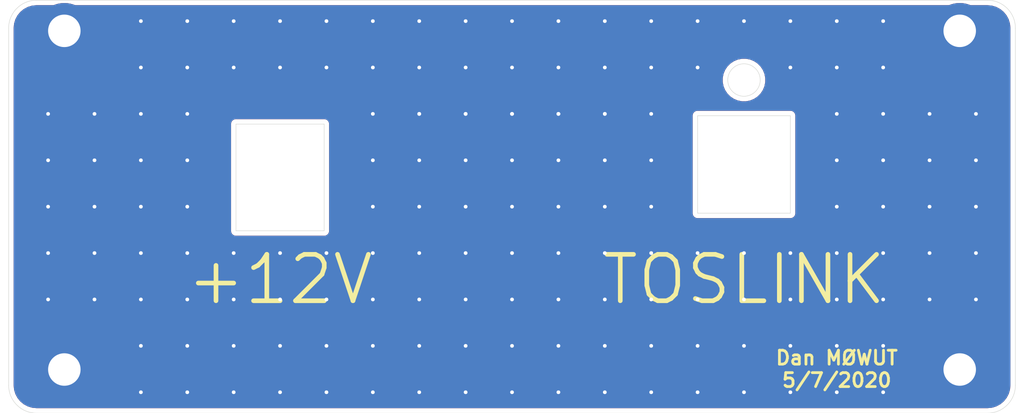
<source format=kicad_pcb>
(kicad_pcb (version 20171130) (host pcbnew "(5.1.6)-1")

  (general
    (thickness 1.6)
    (drawings 40)
    (tracks 159)
    (zones 0)
    (modules 4)
    (nets 2)
  )

  (page A4)
  (layers
    (0 F.Cu signal)
    (31 B.Cu signal)
    (32 B.Adhes user)
    (33 F.Adhes user)
    (34 B.Paste user)
    (35 F.Paste user)
    (36 B.SilkS user)
    (37 F.SilkS user hide)
    (38 B.Mask user)
    (39 F.Mask user)
    (40 Dwgs.User user hide)
    (41 Cmts.User user)
    (42 Eco1.User user)
    (43 Eco2.User user)
    (44 Edge.Cuts user)
    (45 Margin user)
    (46 B.CrtYd user)
    (47 F.CrtYd user)
    (48 B.Fab user)
    (49 F.Fab user)
  )

  (setup
    (last_trace_width 0.25)
    (trace_clearance 0.2)
    (zone_clearance 0.508)
    (zone_45_only no)
    (trace_min 0.2)
    (via_size 0.8)
    (via_drill 0.4)
    (via_min_size 0.4)
    (via_min_drill 0.3)
    (uvia_size 0.3)
    (uvia_drill 0.1)
    (uvias_allowed no)
    (uvia_min_size 0.2)
    (uvia_min_drill 0.1)
    (edge_width 0.05)
    (segment_width 0.2)
    (pcb_text_width 0.3)
    (pcb_text_size 1.5 1.5)
    (mod_edge_width 0.12)
    (mod_text_size 1 1)
    (mod_text_width 0.15)
    (pad_size 1.524 1.524)
    (pad_drill 0.762)
    (pad_to_mask_clearance 0.05)
    (aux_axis_origin 0 0)
    (grid_origin 150 99.5)
    (visible_elements FFFFFF7F)
    (pcbplotparams
      (layerselection 0x010fc_ffffffff)
      (usegerberextensions false)
      (usegerberattributes true)
      (usegerberadvancedattributes true)
      (creategerberjobfile true)
      (excludeedgelayer true)
      (linewidth 0.100000)
      (plotframeref false)
      (viasonmask false)
      (mode 1)
      (useauxorigin false)
      (hpglpennumber 1)
      (hpglpenspeed 20)
      (hpglpendiameter 15.000000)
      (psnegative false)
      (psa4output false)
      (plotreference true)
      (plotvalue true)
      (plotinvisibletext false)
      (padsonsilk false)
      (subtractmaskfromsilk false)
      (outputformat 1)
      (mirror false)
      (drillshape 1)
      (scaleselection 1)
      (outputdirectory ""))
  )

  (net 0 "")
  (net 1 GND)

  (net_class Default "This is the default net class."
    (clearance 0.2)
    (trace_width 0.25)
    (via_dia 0.8)
    (via_drill 0.4)
    (uvia_dia 0.3)
    (uvia_drill 0.1)
    (add_net GND)
  )

  (module Misc_WUT:Pad_3.5mm_6mm-Mask (layer F.Cu) (tedit 5F01E276) (tstamp 5F024B0A)
    (at 101.75 80.55)
    (path /5F021669)
    (fp_text reference H4 (at 0 0.5) (layer F.SilkS) hide
      (effects (font (size 1 1) (thickness 0.15)))
    )
    (fp_text value MountingHole_Pad (at 0 -0.5) (layer F.Fab)
      (effects (font (size 1 1) (thickness 0.15)))
    )
    (pad 1 thru_hole circle (at 0 0) (size 6 6) (drill 3.5) (layers *.Cu *.Mask)
      (net 1 GND))
  )

  (module Misc_WUT:Pad_3.5mm_6mm-Mask (layer F.Cu) (tedit 5F01E276) (tstamp 5F024B05)
    (at 198.25 80.55)
    (path /5F02144D)
    (fp_text reference H3 (at 0 0.5) (layer F.SilkS) hide
      (effects (font (size 1 1) (thickness 0.15)))
    )
    (fp_text value MountingHole_Pad (at 0 -0.5) (layer F.Fab)
      (effects (font (size 1 1) (thickness 0.15)))
    )
    (pad 1 thru_hole circle (at 0 0) (size 6 6) (drill 3.5) (layers *.Cu *.Mask)
      (net 1 GND))
  )

  (module Misc_WUT:Pad_3.5mm_6mm-Mask (layer F.Cu) (tedit 5F01E276) (tstamp 5F024B5A)
    (at 101.75 117.05)
    (path /5F02125B)
    (fp_text reference H2 (at 0 0.5) (layer F.SilkS) hide
      (effects (font (size 1 1) (thickness 0.15)))
    )
    (fp_text value MountingHole_Pad (at 0 -0.5) (layer F.Fab)
      (effects (font (size 1 1) (thickness 0.15)))
    )
    (pad 1 thru_hole circle (at 0 0) (size 6 6) (drill 3.5) (layers *.Cu *.Mask)
      (net 1 GND))
  )

  (module Misc_WUT:Pad_3.5mm_6mm-Mask (layer F.Cu) (tedit 5F01E276) (tstamp 5F024B7C)
    (at 198.25 117.05)
    (path /5F01FCCB)
    (fp_text reference H1 (at 0 0.5) (layer F.SilkS) hide
      (effects (font (size 1 1) (thickness 0.15)))
    )
    (fp_text value MountingHole_Pad (at 0 -0.5) (layer F.Fab)
      (effects (font (size 1 1) (thickness 0.15)))
    )
    (pad 1 thru_hole circle (at 0 0) (size 6 6) (drill 3.5) (layers *.Cu *.Mask)
      (net 1 GND))
  )

  (gr_line (start 204.25 80.25) (end 204.25 118.75) (layer Edge.Cuts) (width 0.05) (tstamp 5F025073))
  (dimension 22.25 (width 0.15) (layer Dwgs.User)
    (gr_text "22.250 mm" (at 241.8 110.625 90) (layer Dwgs.User)
      (effects (font (size 1 1) (thickness 0.15)))
    )
    (feature1 (pts (xy 95.75 99.5) (xy 241.086421 99.5)))
    (feature2 (pts (xy 95.75 121.75) (xy 241.086421 121.75)))
    (crossbar (pts (xy 240.5 121.75) (xy 240.5 99.5)))
    (arrow1a (pts (xy 240.5 99.5) (xy 241.086421 100.626504)))
    (arrow1b (pts (xy 240.5 99.5) (xy 239.913579 100.626504)))
    (arrow2a (pts (xy 240.5 121.75) (xy 241.086421 120.623496)))
    (arrow2b (pts (xy 240.5 121.75) (xy 239.913579 120.623496)))
  )
  (dimension 54.25 (width 0.15) (layer Dwgs.User)
    (gr_text "54.250 mm" (at 122.875 69.2) (layer Dwgs.User)
      (effects (font (size 1 1) (thickness 0.15)))
    )
    (feature1 (pts (xy 150 121.75) (xy 150 69.913579)))
    (feature2 (pts (xy 95.75 121.75) (xy 95.75 69.913579)))
    (crossbar (pts (xy 95.75 70.5) (xy 150 70.5)))
    (arrow1a (pts (xy 150 70.5) (xy 148.873496 71.086421)))
    (arrow1b (pts (xy 150 70.5) (xy 148.873496 69.913579)))
    (arrow2a (pts (xy 95.75 70.5) (xy 96.876504 71.086421)))
    (arrow2b (pts (xy 95.75 70.5) (xy 96.876504 69.913579)))
  )
  (gr_text TOSLINK (at 175 107.35) (layer F.SilkS) (tstamp 5F01EE48)
    (effects (font (size 5 5) (thickness 0.5)))
  )
  (gr_text +12V (at 125 107.35) (layer F.SilkS)
    (effects (font (size 5 5) (thickness 0.5)))
  )
  (gr_line (start 120.25 90.6) (end 120.25 102.1) (layer Edge.Cuts) (width 0.05) (tstamp 5F01EDE6))
  (gr_line (start 129.75 90.6) (end 120.25 90.6) (layer Edge.Cuts) (width 0.05))
  (gr_line (start 129.75 102.1) (end 129.75 90.6) (layer Edge.Cuts) (width 0.05))
  (gr_line (start 120.25 102.1) (end 129.75 102.1) (layer Edge.Cuts) (width 0.05))
  (dimension 11 (width 0.15) (layer Dwgs.User)
    (gr_text "11.000 mm" (at 114.95 96.35 90) (layer Dwgs.User)
      (effects (font (size 1 1) (thickness 0.15)))
    )
    (feature1 (pts (xy 129.5 90.85) (xy 115.663579 90.85)))
    (feature2 (pts (xy 129.5 101.85) (xy 115.663579 101.85)))
    (crossbar (pts (xy 116.25 101.85) (xy 116.25 90.85)))
    (arrow1a (pts (xy 116.25 90.85) (xy 116.836421 91.976504)))
    (arrow1b (pts (xy 116.25 90.85) (xy 115.663579 91.976504)))
    (arrow2a (pts (xy 116.25 101.85) (xy 116.836421 100.723496)))
    (arrow2b (pts (xy 116.25 101.85) (xy 115.663579 100.723496)))
  )
  (dimension 4.5 (width 0.15) (layer Dwgs.User)
    (gr_text "4.500 mm" (at 127.25 84.3) (layer Dwgs.User)
      (effects (font (size 1 1) (thickness 0.15)))
    )
    (feature1 (pts (xy 129.5 101.85) (xy 129.5 85.013579)))
    (feature2 (pts (xy 125 101.85) (xy 125 85.013579)))
    (crossbar (pts (xy 125 85.6) (xy 129.5 85.6)))
    (arrow1a (pts (xy 129.5 85.6) (xy 128.373496 86.186421)))
    (arrow1b (pts (xy 129.5 85.6) (xy 128.373496 85.013579)))
    (arrow2a (pts (xy 125 85.6) (xy 126.126504 86.186421)))
    (arrow2b (pts (xy 125 85.6) (xy 126.126504 85.013579)))
  )
  (dimension 4.5 (width 0.15) (layer Dwgs.User)
    (gr_text "4.500 mm" (at 122.75 87.05) (layer Dwgs.User)
      (effects (font (size 1 1) (thickness 0.15)))
    )
    (feature1 (pts (xy 120.5 101.85) (xy 120.5 87.763579)))
    (feature2 (pts (xy 125 101.85) (xy 125 87.763579)))
    (crossbar (pts (xy 125 88.35) (xy 120.5 88.35)))
    (arrow1a (pts (xy 120.5 88.35) (xy 121.626504 87.763579)))
    (arrow1b (pts (xy 120.5 88.35) (xy 121.626504 88.936421)))
    (arrow2a (pts (xy 125 88.35) (xy 123.873496 87.763579)))
    (arrow2b (pts (xy 125 88.35) (xy 123.873496 88.936421)))
  )
  (dimension 29.25 (width 0.15) (layer Dwgs.User)
    (gr_text "29.250 mm" (at 110.375 63.7) (layer Dwgs.User)
      (effects (font (size 1 1) (thickness 0.15)))
    )
    (feature1 (pts (xy 125 121.75) (xy 125 64.413579)))
    (feature2 (pts (xy 95.75 121.75) (xy 95.75 64.413579)))
    (crossbar (pts (xy 95.75 65) (xy 125 65)))
    (arrow1a (pts (xy 125 65) (xy 123.873496 65.586421)))
    (arrow1b (pts (xy 125 65) (xy 123.873496 64.413579)))
    (arrow2a (pts (xy 95.75 65) (xy 96.876504 65.586421)))
    (arrow2b (pts (xy 95.75 65) (xy 96.876504 64.413579)))
  )
  (dimension 10 (width 0.15) (layer Dwgs.User)
    (gr_text "10.000 mm" (at 165.9 94.95 90) (layer Dwgs.User)
      (effects (font (size 1 1) (thickness 0.15)))
    )
    (feature1 (pts (xy 185.3 89.95) (xy 166.613579 89.95)))
    (feature2 (pts (xy 185.3 99.95) (xy 166.613579 99.95)))
    (crossbar (pts (xy 167.2 99.95) (xy 167.2 89.95)))
    (arrow1a (pts (xy 167.2 89.95) (xy 167.786421 91.076504)))
    (arrow1b (pts (xy 167.2 89.95) (xy 166.613579 91.076504)))
    (arrow2a (pts (xy 167.2 99.95) (xy 167.786421 98.823496)))
    (arrow2b (pts (xy 167.2 99.95) (xy 166.613579 98.823496)))
  )
  (gr_line (start 180 100.2) (end 170 100.2) (layer Edge.Cuts) (width 0.05) (tstamp 5F01EDBA))
  (gr_line (start 180 89.7) (end 180 100.2) (layer Edge.Cuts) (width 0.05))
  (gr_line (start 170 89.7) (end 180 89.7) (layer Edge.Cuts) (width 0.05))
  (gr_line (start 170 100.2) (end 170 89.7) (layer Edge.Cuts) (width 0.05))
  (dimension 4.75 (width 0.15) (layer Dwgs.User)
    (gr_text "4.750 mm" (at 177.375 87.4) (layer Dwgs.User)
      (effects (font (size 1 1) (thickness 0.15)))
    )
    (feature1 (pts (xy 179.75 99.95) (xy 179.75 88.113579)))
    (feature2 (pts (xy 175 99.95) (xy 175 88.113579)))
    (crossbar (pts (xy 175 88.7) (xy 179.75 88.7)))
    (arrow1a (pts (xy 179.75 88.7) (xy 178.623496 89.286421)))
    (arrow1b (pts (xy 179.75 88.7) (xy 178.623496 88.113579)))
    (arrow2a (pts (xy 175 88.7) (xy 176.126504 89.286421)))
    (arrow2b (pts (xy 175 88.7) (xy 176.126504 88.113579)))
  )
  (dimension 4.75 (width 0.15) (layer Dwgs.User)
    (gr_text "4.750 mm" (at 172.625 87.4) (layer Dwgs.User)
      (effects (font (size 1 1) (thickness 0.15)))
    )
    (feature1 (pts (xy 170.25 99.95) (xy 170.25 88.113579)))
    (feature2 (pts (xy 175 99.95) (xy 175 88.113579)))
    (crossbar (pts (xy 175 88.7) (xy 170.25 88.7)))
    (arrow1a (pts (xy 170.25 88.7) (xy 171.376504 88.113579)))
    (arrow1b (pts (xy 170.25 88.7) (xy 171.376504 89.286421)))
    (arrow2a (pts (xy 175 88.7) (xy 173.873496 88.113579)))
    (arrow2b (pts (xy 175 88.7) (xy 173.873496 89.286421)))
  )
  (dimension 1.9 (width 0.15) (layer Dwgs.User)
    (gr_text "1.900 mm" (at 186.6 100.9 90) (layer Dwgs.User)
      (effects (font (size 1 1) (thickness 0.15)))
    )
    (feature1 (pts (xy 175 99.95) (xy 185.886421 99.95)))
    (feature2 (pts (xy 175 101.85) (xy 185.886421 101.85)))
    (crossbar (pts (xy 185.3 101.85) (xy 185.3 99.95)))
    (arrow1a (pts (xy 185.3 99.95) (xy 185.886421 101.076504)))
    (arrow1b (pts (xy 185.3 99.95) (xy 184.713579 101.076504)))
    (arrow2a (pts (xy 185.3 101.85) (xy 185.886421 100.723496)))
    (arrow2b (pts (xy 185.3 101.85) (xy 184.713579 100.723496)))
  )
  (gr_circle (center 175 85.85) (end 176.75 85.85) (layer Edge.Cuts) (width 0.05))
  (dimension 16 (width 0.15) (layer Dwgs.User)
    (gr_text "16.000 mm" (at 160.7 93.85 90) (layer Dwgs.User)
      (effects (font (size 1 1) (thickness 0.15)))
    )
    (feature1 (pts (xy 175 85.85) (xy 161.413579 85.85)))
    (feature2 (pts (xy 175 101.85) (xy 161.413579 101.85)))
    (crossbar (pts (xy 162 101.85) (xy 162 85.85)))
    (arrow1a (pts (xy 162 85.85) (xy 162.586421 86.976504)))
    (arrow1b (pts (xy 162 85.85) (xy 161.413579 86.976504)))
    (arrow2a (pts (xy 162 101.85) (xy 162.586421 100.723496)))
    (arrow2b (pts (xy 162 101.85) (xy 161.413579 100.723496)))
  )
  (gr_text "Centre of TOSLINK" (at 182.5 89.25) (layer Dwgs.User)
    (effects (font (size 1 1) (thickness 0.15)))
  )
  (gr_text "Top of PCB" (at 217 100.5) (layer Dwgs.User)
    (effects (font (size 1 1) (thickness 0.15)))
  )
  (dimension 79.25 (width 0.15) (layer Dwgs.User)
    (gr_text "79.250 mm" (at 135.375 59.45) (layer Dwgs.User)
      (effects (font (size 1 1) (thickness 0.15)))
    )
    (feature1 (pts (xy 175 121.75) (xy 175 60.163579)))
    (feature2 (pts (xy 95.75 121.75) (xy 95.75 60.163579)))
    (crossbar (pts (xy 95.75 60.75) (xy 175 60.75)))
    (arrow1a (pts (xy 175 60.75) (xy 173.873496 61.336421)))
    (arrow1b (pts (xy 175 60.75) (xy 173.873496 60.163579)))
    (arrow2a (pts (xy 95.75 60.75) (xy 96.876504 61.336421)))
    (arrow2b (pts (xy 95.75 60.75) (xy 96.876504 60.163579)))
  )
  (dimension 19.9 (width 0.15) (layer Dwgs.User)
    (gr_text "19.900 mm" (at 229.75 111.8 90) (layer Dwgs.User)
      (effects (font (size 1 1) (thickness 0.15)))
    )
    (feature1 (pts (xy 95.75 101.85) (xy 229.036421 101.85)))
    (feature2 (pts (xy 95.75 121.75) (xy 229.036421 121.75)))
    (crossbar (pts (xy 228.45 121.75) (xy 228.45 101.85)))
    (arrow1a (pts (xy 228.45 101.85) (xy 229.036421 102.976504)))
    (arrow1b (pts (xy 228.45 101.85) (xy 227.863579 102.976504)))
    (arrow2a (pts (xy 228.45 121.75) (xy 229.036421 120.623496)))
    (arrow2b (pts (xy 228.45 121.75) (xy 227.863579 120.623496)))
  )
  (gr_arc (start 98.75 118.75) (end 95.75 118.75) (angle -90) (layer Edge.Cuts) (width 0.05) (tstamp 5F01EC73))
  (gr_text "Dan MØWUT\n5/7/2020" (at 185 117) (layer F.SilkS) (tstamp 5F01EC71)
    (effects (font (size 1.5 1.5) (thickness 0.3)))
  )
  (dimension 3.3 (width 0.15) (layer Dwgs.User) (tstamp 5F01EC6C)
    (gr_text "3.300 mm" (at 87.85 78.9 270) (layer Dwgs.User) (tstamp 5F01EC6C)
      (effects (font (size 1 1) (thickness 0.15)))
    )
    (feature1 (pts (xy 204.25 80.55) (xy 88.563579 80.55)))
    (feature2 (pts (xy 204.25 77.25) (xy 88.563579 77.25)))
    (crossbar (pts (xy 89.15 77.25) (xy 89.15 80.55)))
    (arrow1a (pts (xy 89.15 80.55) (xy 88.563579 79.423496)))
    (arrow1b (pts (xy 89.15 80.55) (xy 89.736421 79.423496)))
    (arrow2a (pts (xy 89.15 77.25) (xy 88.563579 78.376504)))
    (arrow2b (pts (xy 89.15 77.25) (xy 89.736421 78.376504)))
  )
  (gr_arc (start 201.25 118.75) (end 201.25 121.75) (angle -90) (layer Edge.Cuts) (width 0.05) (tstamp 5F01EC69))
  (dimension 6 (width 0.15) (layer Dwgs.User) (tstamp 5F01EC61)
    (gr_text "6.000 mm" (at 201.25 67.95) (layer Dwgs.User) (tstamp 5F01EC61)
      (effects (font (size 1 1) (thickness 0.15)))
    )
    (feature1 (pts (xy 198.25 121.75) (xy 198.25 68.663579)))
    (feature2 (pts (xy 204.25 121.75) (xy 204.25 68.663579)))
    (crossbar (pts (xy 204.25 69.25) (xy 198.25 69.25)))
    (arrow1a (pts (xy 198.25 69.25) (xy 199.376504 68.663579)))
    (arrow1b (pts (xy 198.25 69.25) (xy 199.376504 69.836421)))
    (arrow2a (pts (xy 204.25 69.25) (xy 203.123496 68.663579)))
    (arrow2b (pts (xy 204.25 69.25) (xy 203.123496 69.836421)))
  )
  (dimension 39.8 (width 0.15) (layer Dwgs.User) (tstamp 5F01EC5F)
    (gr_text "39.800 mm" (at 79.35 97.15 270) (layer Dwgs.User) (tstamp 5F01EC5F)
      (effects (font (size 1 1) (thickness 0.15)))
    )
    (feature1 (pts (xy 204.25 117.05) (xy 80.063579 117.05)))
    (feature2 (pts (xy 204.25 77.25) (xy 80.063579 77.25)))
    (crossbar (pts (xy 80.65 77.25) (xy 80.65 117.05)))
    (arrow1a (pts (xy 80.65 117.05) (xy 80.063579 115.923496)))
    (arrow1b (pts (xy 80.65 117.05) (xy 81.236421 115.923496)))
    (arrow2a (pts (xy 80.65 77.25) (xy 80.063579 78.376504)))
    (arrow2b (pts (xy 80.65 77.25) (xy 81.236421 78.376504)))
  )
  (gr_arc (start 201.25 80.25) (end 204.25 80.25) (angle -90) (layer Edge.Cuts) (width 0.05) (tstamp 5F01EC5E))
  (gr_arc (start 98.75 80.25) (end 98.75 77.25) (angle -90) (layer Edge.Cuts) (width 0.05) (tstamp 5F01EC5D))
  (gr_line (start 95.75 80.25) (end 95.75 118.75) (layer Edge.Cuts) (width 0.05) (tstamp 5F01EC5C))
  (gr_line (start 201.25 77.25) (end 98.75 77.25) (layer Edge.Cuts) (width 0.05) (tstamp 5F01EC58))
  (dimension 6 (width 0.15) (layer Dwgs.User) (tstamp 5F01EC54)
    (gr_text "6.000 mm" (at 98.75 68.45) (layer Dwgs.User) (tstamp 5F01EC54)
      (effects (font (size 1 1) (thickness 0.15)))
    )
    (feature1 (pts (xy 101.75 121.75) (xy 101.75 69.163579)))
    (feature2 (pts (xy 95.75 121.75) (xy 95.75 69.163579)))
    (crossbar (pts (xy 95.75 69.75) (xy 101.75 69.75)))
    (arrow1a (pts (xy 101.75 69.75) (xy 100.623496 70.336421)))
    (arrow1b (pts (xy 101.75 69.75) (xy 100.623496 69.163579)))
    (arrow2a (pts (xy 95.75 69.75) (xy 96.876504 70.336421)))
    (arrow2b (pts (xy 95.75 69.75) (xy 96.876504 69.163579)))
  )
  (dimension 108.5 (width 0.15) (layer Dwgs.User) (tstamp 5F01EC50)
    (gr_text "108.500 mm" (at 150 44.7) (layer Dwgs.User) (tstamp 5F01EC50)
      (effects (font (size 1 1) (thickness 0.15)))
    )
    (feature1 (pts (xy 204.25 121.75) (xy 204.25 45.413579)))
    (feature2 (pts (xy 95.75 121.75) (xy 95.75 45.413579)))
    (crossbar (pts (xy 95.75 46) (xy 204.25 46)))
    (arrow1a (pts (xy 204.25 46) (xy 203.123496 46.586421)))
    (arrow1b (pts (xy 204.25 46) (xy 203.123496 45.413579)))
    (arrow2a (pts (xy 95.75 46) (xy 96.876504 46.586421)))
    (arrow2b (pts (xy 95.75 46) (xy 96.876504 45.413579)))
  )
  (gr_line (start 98.75 121.75) (end 201.25 121.75) (layer Edge.Cuts) (width 0.05) (tstamp 5F01EC4B))

  (via (at 125 109.5) (size 0.8) (drill 0.4) (layers F.Cu B.Cu) (net 1) (tstamp 5F024F23))
  (via (at 115 104.5) (size 0.8) (drill 0.4) (layers F.Cu B.Cu) (net 1) (tstamp 5F024F4A))
  (via (at 120 109.5) (size 0.8) (drill 0.4) (layers F.Cu B.Cu) (net 1) (tstamp 5F024EF3))
  (via (at 115 89.5) (size 0.8) (drill 0.4) (layers F.Cu B.Cu) (net 1) (tstamp 5F024F17))
  (via (at 135 89.5) (size 0.8) (drill 0.4) (layers F.Cu B.Cu) (net 1) (tstamp 5F024F47))
  (via (at 130 109.5) (size 0.8) (drill 0.4) (layers F.Cu B.Cu) (net 1) (tstamp 5F024F2F))
  (via (at 135 104.5) (size 0.8) (drill 0.4) (layers F.Cu B.Cu) (net 1) (tstamp 5F024F2C))
  (via (at 135 109.5) (size 0.8) (drill 0.4) (layers F.Cu B.Cu) (net 1) (tstamp 5F024F26))
  (via (at 135 94.5) (size 0.8) (drill 0.4) (layers F.Cu B.Cu) (net 1) (tstamp 5F024F08))
  (via (at 120 104.5) (size 0.8) (drill 0.4) (layers F.Cu B.Cu) (net 1) (tstamp 5F024EE4))
  (via (at 115 94.5) (size 0.8) (drill 0.4) (layers F.Cu B.Cu) (net 1) (tstamp 5F024F05))
  (via (at 130 104.5) (size 0.8) (drill 0.4) (layers F.Cu B.Cu) (net 1) (tstamp 5F024EEA))
  (via (at 125 104.5) (size 0.8) (drill 0.4) (layers F.Cu B.Cu) (net 1) (tstamp 5F024EED))
  (via (at 135 99.5) (size 0.8) (drill 0.4) (layers F.Cu B.Cu) (net 1) (tstamp 5F024F1D))
  (via (at 115 99.5) (size 0.8) (drill 0.4) (layers F.Cu B.Cu) (net 1) (tstamp 5F024EFF))
  (via (at 115 109.5) (size 0.8) (drill 0.4) (layers F.Cu B.Cu) (net 1) (tstamp 5F024F3B))
  (via (at 100 109.5) (size 0.8) (drill 0.4) (layers F.Cu B.Cu) (net 1) (tstamp 5F024BD0))
  (via (at 105 89.5) (size 0.8) (drill 0.4) (layers F.Cu B.Cu) (net 1) (tstamp 5F024BD3))
  (via (at 110 89.5) (size 0.8) (drill 0.4) (layers F.Cu B.Cu) (net 1) (tstamp 5F025010))
  (via (at 105 109.5) (size 0.8) (drill 0.4) (layers F.Cu B.Cu) (net 1) (tstamp 5F024BD7))
  (via (at 110 104.5) (size 0.8) (drill 0.4) (layers F.Cu B.Cu) (net 1) (tstamp 5F02500A))
  (via (at 105 99.5) (size 0.8) (drill 0.4) (layers F.Cu B.Cu) (net 1) (tstamp 5F024BDA))
  (via (at 100 89.5) (size 0.8) (drill 0.4) (layers F.Cu B.Cu) (net 1) (tstamp 5F024BDB))
  (via (at 110 109.5) (size 0.8) (drill 0.4) (layers F.Cu B.Cu) (net 1) (tstamp 5F025007))
  (via (at 110 94.5) (size 0.8) (drill 0.4) (layers F.Cu B.Cu) (net 1) (tstamp 5F025004))
  (via (at 100 94.5) (size 0.8) (drill 0.4) (layers F.Cu B.Cu) (net 1) (tstamp 5F024BE0))
  (via (at 105 104.5) (size 0.8) (drill 0.4) (layers F.Cu B.Cu) (net 1) (tstamp 5F024BE1))
  (via (at 100 104.5) (size 0.8) (drill 0.4) (layers F.Cu B.Cu) (net 1) (tstamp 5F024BE2))
  (via (at 100 99.5) (size 0.8) (drill 0.4) (layers F.Cu B.Cu) (net 1) (tstamp 5F024BE3))
  (via (at 110 99.5) (size 0.8) (drill 0.4) (layers F.Cu B.Cu) (net 1) (tstamp 5F025001))
  (via (at 105 94.5) (size 0.8) (drill 0.4) (layers F.Cu B.Cu) (net 1) (tstamp 5F024BE8))
  (via (at 110 79.5) (size 0.8) (drill 0.4) (layers F.Cu B.Cu) (net 1) (tstamp 5F02500D))
  (via (at 110 84.5) (size 0.8) (drill 0.4) (layers F.Cu B.Cu) (net 1) (tstamp 5F025013))
  (via (at 125 84.5) (size 0.8) (drill 0.4) (layers F.Cu B.Cu) (net 1) (tstamp 5F024EC6))
  (via (at 115 79.5) (size 0.8) (drill 0.4) (layers F.Cu B.Cu) (net 1) (tstamp 5F024ECC))
  (via (at 120 84.5) (size 0.8) (drill 0.4) (layers F.Cu B.Cu) (net 1) (tstamp 5F024EC9))
  (via (at 130 84.5) (size 0.8) (drill 0.4) (layers F.Cu B.Cu) (net 1) (tstamp 5F024EC0))
  (via (at 135 79.5) (size 0.8) (drill 0.4) (layers F.Cu B.Cu) (net 1) (tstamp 5F024EB4))
  (via (at 135 84.5) (size 0.8) (drill 0.4) (layers F.Cu B.Cu) (net 1) (tstamp 5F024EB7))
  (via (at 120 79.5) (size 0.8) (drill 0.4) (layers F.Cu B.Cu) (net 1) (tstamp 5F024EC3))
  (via (at 130 79.5) (size 0.8) (drill 0.4) (layers F.Cu B.Cu) (net 1) (tstamp 5F024EBA))
  (via (at 125 79.5) (size 0.8) (drill 0.4) (layers F.Cu B.Cu) (net 1) (tstamp 5F024EBD))
  (via (at 115 84.5) (size 0.8) (drill 0.4) (layers F.Cu B.Cu) (net 1) (tstamp 5F024ECF))
  (via (at 140 84.5) (size 0.8) (drill 0.4) (layers F.Cu B.Cu) (net 1) (tstamp 5F024FDA))
  (via (at 160 84.5) (size 0.8) (drill 0.4) (layers F.Cu B.Cu) (net 1) (tstamp 5F024FEC))
  (via (at 155 79.5) (size 0.8) (drill 0.4) (layers F.Cu B.Cu) (net 1) (tstamp 5F024FD7))
  (via (at 160 89.5) (size 0.8) (drill 0.4) (layers F.Cu B.Cu) (net 1) (tstamp 5F024FF8))
  (via (at 150 79.5) (size 0.8) (drill 0.4) (layers F.Cu B.Cu) (net 1) (tstamp 5F024FF2))
  (via (at 160 79.5) (size 0.8) (drill 0.4) (layers F.Cu B.Cu) (net 1) (tstamp 5F024FFE))
  (via (at 145 79.5) (size 0.8) (drill 0.4) (layers F.Cu B.Cu) (net 1) (tstamp 5F024FE9))
  (via (at 140 79.5) (size 0.8) (drill 0.4) (layers F.Cu B.Cu) (net 1) (tstamp 5F024FFB))
  (via (at 140 89.5) (size 0.8) (drill 0.4) (layers F.Cu B.Cu) (net 1) (tstamp 5F024FE0))
  (via (at 165 79.5) (size 0.8) (drill 0.4) (layers F.Cu B.Cu) (net 1) (tstamp 5F024FAA))
  (via (at 170 84.5) (size 0.8) (drill 0.4) (layers F.Cu B.Cu) (net 1) (tstamp 5F024F98))
  (via (at 180 84.5) (size 0.8) (drill 0.4) (layers F.Cu B.Cu) (net 1) (tstamp 5F024FAD))
  (via (at 185 79.5) (size 0.8) (drill 0.4) (layers F.Cu B.Cu) (net 1) (tstamp 5F024F95))
  (via (at 185 84.5) (size 0.8) (drill 0.4) (layers F.Cu B.Cu) (net 1) (tstamp 5F024F89))
  (via (at 170 79.5) (size 0.8) (drill 0.4) (layers F.Cu B.Cu) (net 1) (tstamp 5F024FA7))
  (via (at 180 79.5) (size 0.8) (drill 0.4) (layers F.Cu B.Cu) (net 1) (tstamp 5F024F9E))
  (via (at 175 79.5) (size 0.8) (drill 0.4) (layers F.Cu B.Cu) (net 1) (tstamp 5F024FA1))
  (via (at 165 84.5) (size 0.8) (drill 0.4) (layers F.Cu B.Cu) (net 1) (tstamp 5F024F92))
  (via (at 175 109.5) (size 0.8) (drill 0.4) (layers F.Cu B.Cu) (net 1) (tstamp 5F024F9B))
  (via (at 165 104.5) (size 0.8) (drill 0.4) (layers F.Cu B.Cu) (net 1) (tstamp 5F024F8F))
  (via (at 170 109.5) (size 0.8) (drill 0.4) (layers F.Cu B.Cu) (net 1) (tstamp 5F024F8C))
  (via (at 165 89.5) (size 0.8) (drill 0.4) (layers F.Cu B.Cu) (net 1) (tstamp 5F024F86))
  (via (at 185 89.5) (size 0.8) (drill 0.4) (layers F.Cu B.Cu) (net 1) (tstamp 5F024F83))
  (via (at 180 109.5) (size 0.8) (drill 0.4) (layers F.Cu B.Cu) (net 1) (tstamp 5F024FA4))
  (via (at 185 104.5) (size 0.8) (drill 0.4) (layers F.Cu B.Cu) (net 1) (tstamp 5F024FB0))
  (via (at 185 109.5) (size 0.8) (drill 0.4) (layers F.Cu B.Cu) (net 1) (tstamp 5F024FC8))
  (via (at 185 94.5) (size 0.8) (drill 0.4) (layers F.Cu B.Cu) (net 1) (tstamp 5F024FC5))
  (via (at 170 104.5) (size 0.8) (drill 0.4) (layers F.Cu B.Cu) (net 1) (tstamp 5F024FB3))
  (via (at 165 94.5) (size 0.8) (drill 0.4) (layers F.Cu B.Cu) (net 1) (tstamp 5F024FC2))
  (via (at 180 104.5) (size 0.8) (drill 0.4) (layers F.Cu B.Cu) (net 1) (tstamp 5F024FBF))
  (via (at 175 104.5) (size 0.8) (drill 0.4) (layers F.Cu B.Cu) (net 1) (tstamp 5F024FBC))
  (via (at 185 99.5) (size 0.8) (drill 0.4) (layers F.Cu B.Cu) (net 1) (tstamp 5F024FCB))
  (via (at 165 99.5) (size 0.8) (drill 0.4) (layers F.Cu B.Cu) (net 1) (tstamp 5F024FB9))
  (via (at 165 109.5) (size 0.8) (drill 0.4) (layers F.Cu B.Cu) (net 1) (tstamp 5F024FB6))
  (via (at 200 109.5) (size 0.8) (drill 0.4) (layers F.Cu B.Cu) (net 1) (tstamp 5F024BD0))
  (via (at 195 89.5) (size 0.8) (drill 0.4) (layers F.Cu B.Cu) (net 1) (tstamp 5F024BD1))
  (via (at 190 104.5) (size 0.8) (drill 0.4) (layers F.Cu B.Cu) (net 1) (tstamp 5F024FD1))
  (via (at 195 109.5) (size 0.8) (drill 0.4) (layers F.Cu B.Cu) (net 1) (tstamp 5F024BD4))
  (via (at 190 89.5) (size 0.8) (drill 0.4) (layers F.Cu B.Cu) (net 1) (tstamp 5F024FCE))
  (via (at 195 94.5) (size 0.8) (drill 0.4) (layers F.Cu B.Cu) (net 1) (tstamp 5F024BD8))
  (via (at 200 89.5) (size 0.8) (drill 0.4) (layers F.Cu B.Cu) (net 1) (tstamp 5F024BDB))
  (via (at 195 104.5) (size 0.8) (drill 0.4) (layers F.Cu B.Cu) (net 1) (tstamp 5F024BDE))
  (via (at 190 94.5) (size 0.8) (drill 0.4) (layers F.Cu B.Cu) (net 1) (tstamp 5F025052))
  (via (at 200 94.5) (size 0.8) (drill 0.4) (layers F.Cu B.Cu) (net 1) (tstamp 5F024BE0))
  (via (at 200 104.5) (size 0.8) (drill 0.4) (layers F.Cu B.Cu) (net 1) (tstamp 5F024BE2))
  (via (at 200 99.5) (size 0.8) (drill 0.4) (layers F.Cu B.Cu) (net 1) (tstamp 5F024BE3))
  (via (at 195 99.5) (size 0.8) (drill 0.4) (layers F.Cu B.Cu) (net 1) (tstamp 5F024BE5))
  (via (at 190 99.5) (size 0.8) (drill 0.4) (layers F.Cu B.Cu) (net 1) (tstamp 5F02504C))
  (via (at 190 109.5) (size 0.8) (drill 0.4) (layers F.Cu B.Cu) (net 1) (tstamp 5F02504F))
  (via (at 190 79.5) (size 0.8) (drill 0.4) (layers F.Cu B.Cu) (net 1) (tstamp 5F025049))
  (via (at 190 84.5) (size 0.8) (drill 0.4) (layers F.Cu B.Cu) (net 1) (tstamp 5F025046))
  (via (at 110 114.5) (size 0.8) (drill 0.4) (layers F.Cu B.Cu) (net 1) (tstamp 5F025043))
  (via (at 110 119.5) (size 0.8) (drill 0.4) (layers F.Cu B.Cu) (net 1) (tstamp 5F025040))
  (via (at 120 114.5) (size 0.8) (drill 0.4) (layers F.Cu B.Cu) (net 1) (tstamp 5F02501C))
  (via (at 130 114.5) (size 0.8) (drill 0.4) (layers F.Cu B.Cu) (net 1) (tstamp 5F025034))
  (via (at 115 114.5) (size 0.8) (drill 0.4) (layers F.Cu B.Cu) (net 1) (tstamp 5F02501F))
  (via (at 135 114.5) (size 0.8) (drill 0.4) (layers F.Cu B.Cu) (net 1) (tstamp 5F02503D))
  (via (at 120 119.5) (size 0.8) (drill 0.4) (layers F.Cu B.Cu) (net 1) (tstamp 5F025031))
  (via (at 125 114.5) (size 0.8) (drill 0.4) (layers F.Cu B.Cu) (net 1) (tstamp 5F025019))
  (via (at 135 119.5) (size 0.8) (drill 0.4) (layers F.Cu B.Cu) (net 1) (tstamp 5F02503A))
  (via (at 115 119.5) (size 0.8) (drill 0.4) (layers F.Cu B.Cu) (net 1) (tstamp 5F025028))
  (via (at 125 119.5) (size 0.8) (drill 0.4) (layers F.Cu B.Cu) (net 1) (tstamp 5F025037))
  (via (at 130 119.5) (size 0.8) (drill 0.4) (layers F.Cu B.Cu) (net 1) (tstamp 5F025025))
  (via (at 145 114.5) (size 0.8) (drill 0.4) (layers F.Cu B.Cu) (net 1) (tstamp 5F02502E))
  (via (at 155 114.5) (size 0.8) (drill 0.4) (layers F.Cu B.Cu) (net 1) (tstamp 5F025016))
  (via (at 140 114.5) (size 0.8) (drill 0.4) (layers F.Cu B.Cu) (net 1) (tstamp 5F02502B))
  (via (at 160 114.5) (size 0.8) (drill 0.4) (layers F.Cu B.Cu) (net 1) (tstamp 5F025022))
  (via (at 145 119.5) (size 0.8) (drill 0.4) (layers F.Cu B.Cu) (net 1) (tstamp 5F024F6B))
  (via (at 150 114.5) (size 0.8) (drill 0.4) (layers F.Cu B.Cu) (net 1) (tstamp 5F024F7D))
  (via (at 160 119.5) (size 0.8) (drill 0.4) (layers F.Cu B.Cu) (net 1) (tstamp 5F024F53))
  (via (at 140 119.5) (size 0.8) (drill 0.4) (layers F.Cu B.Cu) (net 1) (tstamp 5F024F56))
  (via (at 150 119.5) (size 0.8) (drill 0.4) (layers F.Cu B.Cu) (net 1) (tstamp 5F024F68))
  (via (at 155 119.5) (size 0.8) (drill 0.4) (layers F.Cu B.Cu) (net 1) (tstamp 5F024F71))
  (via (at 170 114.5) (size 0.8) (drill 0.4) (layers F.Cu B.Cu) (net 1) (tstamp 5F024F59))
  (via (at 180 114.5) (size 0.8) (drill 0.4) (layers F.Cu B.Cu) (net 1) (tstamp 5F024F5C))
  (via (at 165 114.5) (size 0.8) (drill 0.4) (layers F.Cu B.Cu) (net 1) (tstamp 5F024F74))
  (via (at 185 114.5) (size 0.8) (drill 0.4) (layers F.Cu B.Cu) (net 1) (tstamp 5F024F62))
  (via (at 170 119.5) (size 0.8) (drill 0.4) (layers F.Cu B.Cu) (net 1) (tstamp 5F024F7A))
  (via (at 175 114.5) (size 0.8) (drill 0.4) (layers F.Cu B.Cu) (net 1) (tstamp 5F024F50))
  (via (at 185 119.5) (size 0.8) (drill 0.4) (layers F.Cu B.Cu) (net 1) (tstamp 5F024F77))
  (via (at 165 119.5) (size 0.8) (drill 0.4) (layers F.Cu B.Cu) (net 1) (tstamp 5F024F6E))
  (via (at 175 119.5) (size 0.8) (drill 0.4) (layers F.Cu B.Cu) (net 1) (tstamp 5F024F4D))
  (via (at 180 119.5) (size 0.8) (drill 0.4) (layers F.Cu B.Cu) (net 1) (tstamp 5F024F65))
  (via (at 190 114.5) (size 0.8) (drill 0.4) (layers F.Cu B.Cu) (net 1) (tstamp 5F024F5F))
  (via (at 190 119.5) (size 0.8) (drill 0.4) (layers F.Cu B.Cu) (net 1) (tstamp 5F024F80))
  (via (at 150 99.5) (size 0.8) (drill 0.4) (layers F.Cu B.Cu) (net 1) (tstamp 5F024EE1))
  (via (at 145 99.5) (size 0.8) (drill 0.4) (layers F.Cu B.Cu) (net 1) (tstamp 5F024EDB))
  (via (at 145 94.5) (size 0.8) (drill 0.4) (layers F.Cu B.Cu) (net 1) (tstamp 5F024F1A))
  (via (at 150 94.5) (size 0.8) (drill 0.4) (layers F.Cu B.Cu) (net 1) (tstamp 5F024EF6))
  (via (at 155 94.5) (size 0.8) (drill 0.4) (layers F.Cu B.Cu) (net 1) (tstamp 5F024ED2))
  (via (at 155 99.5) (size 0.8) (drill 0.4) (layers F.Cu B.Cu) (net 1) (tstamp 5F024F11))
  (via (at 155 104.5) (size 0.8) (drill 0.4) (layers F.Cu B.Cu) (net 1) (tstamp 5F024EF0))
  (via (at 150 104.5) (size 0.8) (drill 0.4) (layers F.Cu B.Cu) (net 1) (tstamp 5F024EE7))
  (via (at 145 104.5) (size 0.8) (drill 0.4) (layers F.Cu B.Cu) (net 1) (tstamp 5F024EFC))
  (via (at 140 104.5) (size 0.8) (drill 0.4) (layers F.Cu B.Cu) (net 1) (tstamp 5F024F3E))
  (via (at 140 99.5) (size 0.8) (drill 0.4) (layers F.Cu B.Cu) (net 1) (tstamp 5F024ED8))
  (via (at 140 94.5) (size 0.8) (drill 0.4) (layers F.Cu B.Cu) (net 1) (tstamp 5F024EF9))
  (via (at 140 89.5) (size 0.8) (drill 0.4) (layers F.Cu B.Cu) (net 1) (tstamp 5F024F32))
  (via (at 160 89.5) (size 0.8) (drill 0.4) (layers F.Cu B.Cu) (net 1) (tstamp 5F024F29))
  (via (at 160 94.5) (size 0.8) (drill 0.4) (layers F.Cu B.Cu) (net 1) (tstamp 5F024F02))
  (via (at 160 99.5) (size 0.8) (drill 0.4) (layers F.Cu B.Cu) (net 1) (tstamp 5F024EDE))
  (via (at 160 104.5) (size 0.8) (drill 0.4) (layers F.Cu B.Cu) (net 1) (tstamp 5F024F14))
  (via (at 160 109.5) (size 0.8) (drill 0.4) (layers F.Cu B.Cu) (net 1) (tstamp 5F024F0B))
  (via (at 145 109.5) (size 0.8) (drill 0.4) (layers F.Cu B.Cu) (net 1) (tstamp 5F024F35))
  (via (at 150 109.5) (size 0.8) (drill 0.4) (layers F.Cu B.Cu) (net 1) (tstamp 5F024F44))
  (via (at 155 109.5) (size 0.8) (drill 0.4) (layers F.Cu B.Cu) (net 1) (tstamp 5F024F20))
  (via (at 140 109.5) (size 0.8) (drill 0.4) (layers F.Cu B.Cu) (net 1) (tstamp 5F024ED5))
  (via (at 150 89.5) (size 0.8) (drill 0.4) (layers F.Cu B.Cu) (net 1) (tstamp 5F024F0E))
  (via (at 155 89.5) (size 0.8) (drill 0.4) (layers F.Cu B.Cu) (net 1) (tstamp 5F024F38))
  (via (at 145 89.5) (size 0.8) (drill 0.4) (layers F.Cu B.Cu) (net 1) (tstamp 5F024F41))
  (via (at 150 84.5) (size 0.8) (drill 0.4) (layers F.Cu B.Cu) (net 1) (tstamp 5F024FD4))
  (via (at 155 84.5) (size 0.8) (drill 0.4) (layers F.Cu B.Cu) (net 1) (tstamp 5F024FDD))
  (via (at 145 89.5) (size 0.8) (drill 0.4) (layers F.Cu B.Cu) (net 1) (tstamp 5F024FE3))
  (via (at 145 84.5) (size 0.8) (drill 0.4) (layers F.Cu B.Cu) (net 1) (tstamp 5F024FE6))
  (via (at 150 89.5) (size 0.8) (drill 0.4) (layers F.Cu B.Cu) (net 1) (tstamp 5F024FEF))
  (via (at 155 89.5) (size 0.8) (drill 0.4) (layers F.Cu B.Cu) (net 1) (tstamp 5F024FF5))

  (zone (net 1) (net_name GND) (layer B.Cu) (tstamp 5F01EC2C) (hatch edge 0.508)
    (connect_pads yes (clearance 0.508))
    (min_thickness 0.254)
    (fill yes (arc_segments 32) (thermal_gap 0.508) (thermal_bridge_width 0.508))
    (polygon
      (pts
        (xy 204.25 121.75) (xy 95.75 121.75) (xy 95.75 77.25) (xy 204.25 77.25)
      )
    )
    (filled_polygon
      (pts
        (xy 201.703893 77.95767) (xy 202.140498 78.089489) (xy 202.543185 78.3036) (xy 202.896612 78.591848) (xy 203.187327 78.943261)
        (xy 203.404242 79.344439) (xy 203.539106 79.780113) (xy 203.59 80.264344) (xy 203.590001 118.717711) (xy 203.54233 119.203894)
        (xy 203.410512 119.640497) (xy 203.196399 120.043186) (xy 202.90815 120.396613) (xy 202.556739 120.687327) (xy 202.155564 120.90424)
        (xy 201.719886 121.039106) (xy 201.235664 121.09) (xy 98.782279 121.09) (xy 98.296106 121.04233) (xy 97.859503 120.910512)
        (xy 97.456814 120.696399) (xy 97.103387 120.40815) (xy 96.812673 120.056739) (xy 96.59576 119.655564) (xy 96.460894 119.219886)
        (xy 96.41 118.735664) (xy 96.41 90.6) (xy 119.586807 90.6) (xy 119.59 90.632419) (xy 119.590001 102.067571)
        (xy 119.586807 102.1) (xy 119.59955 102.229383) (xy 119.63729 102.353793) (xy 119.698575 102.46845) (xy 119.781052 102.568948)
        (xy 119.88155 102.651425) (xy 119.996207 102.71271) (xy 120.120617 102.75045) (xy 120.217581 102.76) (xy 120.25 102.763193)
        (xy 120.282419 102.76) (xy 129.717581 102.76) (xy 129.75 102.763193) (xy 129.782419 102.76) (xy 129.879383 102.75045)
        (xy 130.003793 102.71271) (xy 130.11845 102.651425) (xy 130.218948 102.568948) (xy 130.301425 102.46845) (xy 130.36271 102.353793)
        (xy 130.40045 102.229383) (xy 130.413193 102.1) (xy 130.41 102.067581) (xy 130.41 90.632419) (xy 130.413193 90.6)
        (xy 130.40045 90.470617) (xy 130.36271 90.346207) (xy 130.301425 90.23155) (xy 130.218948 90.131052) (xy 130.11845 90.048575)
        (xy 130.003793 89.98729) (xy 129.879383 89.94955) (xy 129.782419 89.94) (xy 129.75 89.936807) (xy 129.717581 89.94)
        (xy 120.282419 89.94) (xy 120.25 89.936807) (xy 120.217581 89.94) (xy 120.120617 89.94955) (xy 119.996207 89.98729)
        (xy 119.88155 90.048575) (xy 119.781052 90.131052) (xy 119.698575 90.23155) (xy 119.63729 90.346207) (xy 119.59955 90.470617)
        (xy 119.586807 90.6) (xy 96.41 90.6) (xy 96.41 89.7) (xy 169.336807 89.7) (xy 169.340001 89.732429)
        (xy 169.34 100.167581) (xy 169.336807 100.2) (xy 169.34955 100.329383) (xy 169.38729 100.453793) (xy 169.448575 100.56845)
        (xy 169.531052 100.668948) (xy 169.63155 100.751425) (xy 169.746207 100.81271) (xy 169.870617 100.85045) (xy 170 100.863193)
        (xy 170.032419 100.86) (xy 179.967581 100.86) (xy 180 100.863193) (xy 180.032419 100.86) (xy 180.129383 100.85045)
        (xy 180.253793 100.81271) (xy 180.36845 100.751425) (xy 180.468948 100.668948) (xy 180.551425 100.56845) (xy 180.61271 100.453793)
        (xy 180.65045 100.329383) (xy 180.663193 100.2) (xy 180.66 100.167581) (xy 180.66 89.732419) (xy 180.663193 89.7)
        (xy 180.65045 89.570617) (xy 180.61271 89.446207) (xy 180.551425 89.33155) (xy 180.468948 89.231052) (xy 180.36845 89.148575)
        (xy 180.253793 89.08729) (xy 180.129383 89.04955) (xy 180.032419 89.04) (xy 180 89.036807) (xy 179.967581 89.04)
        (xy 170.032419 89.04) (xy 170 89.036807) (xy 169.967581 89.04) (xy 169.870617 89.04955) (xy 169.746207 89.08729)
        (xy 169.63155 89.148575) (xy 169.531052 89.231052) (xy 169.448575 89.33155) (xy 169.38729 89.446207) (xy 169.34955 89.570617)
        (xy 169.336807 89.7) (xy 96.41 89.7) (xy 96.41 85.611818) (xy 172.581701 85.611818) (xy 172.581701 86.088182)
        (xy 172.674635 86.555392) (xy 172.856931 86.995494) (xy 173.121585 87.391576) (xy 173.458424 87.728415) (xy 173.854506 87.993069)
        (xy 174.294608 88.175365) (xy 174.761818 88.268299) (xy 175.238182 88.268299) (xy 175.705392 88.175365) (xy 176.145494 87.993069)
        (xy 176.541576 87.728415) (xy 176.878415 87.391576) (xy 177.143069 86.995494) (xy 177.325365 86.555392) (xy 177.418299 86.088182)
        (xy 177.418299 85.611818) (xy 177.325365 85.144608) (xy 177.143069 84.704506) (xy 176.878415 84.308424) (xy 176.541576 83.971585)
        (xy 176.145494 83.706931) (xy 175.705392 83.524635) (xy 175.238182 83.431701) (xy 174.761818 83.431701) (xy 174.294608 83.524635)
        (xy 173.854506 83.706931) (xy 173.458424 83.971585) (xy 173.121585 84.308424) (xy 172.856931 84.704506) (xy 172.674635 85.144608)
        (xy 172.581701 85.611818) (xy 96.41 85.611818) (xy 96.41 80.282279) (xy 96.45767 79.796107) (xy 96.589489 79.359502)
        (xy 96.8036 78.956815) (xy 97.091848 78.603388) (xy 97.443261 78.312673) (xy 97.844439 78.095758) (xy 98.280113 77.960894)
        (xy 98.764344 77.91) (xy 201.217721 77.91)
      )
    )
  )
  (zone (net 1) (net_name GND) (layer F.Cu) (tstamp 5F01EC2B) (hatch edge 0.508)
    (connect_pads yes (clearance 0.508))
    (min_thickness 0.254)
    (fill yes (arc_segments 32) (thermal_gap 0.508) (thermal_bridge_width 0.508))
    (polygon
      (pts
        (xy 204.25 121.75) (xy 95.75 121.75) (xy 95.75 77.25) (xy 204.25 77.25)
      )
    )
    (filled_polygon
      (pts
        (xy 201.703893 77.95767) (xy 202.140498 78.089489) (xy 202.543185 78.3036) (xy 202.896612 78.591848) (xy 203.187327 78.943261)
        (xy 203.404242 79.344439) (xy 203.539106 79.780113) (xy 203.59 80.264344) (xy 203.590001 118.717711) (xy 203.54233 119.203894)
        (xy 203.410512 119.640497) (xy 203.196399 120.043186) (xy 202.90815 120.396613) (xy 202.556739 120.687327) (xy 202.155564 120.90424)
        (xy 201.719886 121.039106) (xy 201.235664 121.09) (xy 98.782279 121.09) (xy 98.296106 121.04233) (xy 97.859503 120.910512)
        (xy 97.456814 120.696399) (xy 97.103387 120.40815) (xy 96.812673 120.056739) (xy 96.59576 119.655564) (xy 96.460894 119.219886)
        (xy 96.41 118.735664) (xy 96.41 90.6) (xy 119.586807 90.6) (xy 119.59 90.632419) (xy 119.590001 102.067571)
        (xy 119.586807 102.1) (xy 119.59955 102.229383) (xy 119.63729 102.353793) (xy 119.698575 102.46845) (xy 119.781052 102.568948)
        (xy 119.88155 102.651425) (xy 119.996207 102.71271) (xy 120.120617 102.75045) (xy 120.217581 102.76) (xy 120.25 102.763193)
        (xy 120.282419 102.76) (xy 129.717581 102.76) (xy 129.75 102.763193) (xy 129.782419 102.76) (xy 129.879383 102.75045)
        (xy 130.003793 102.71271) (xy 130.11845 102.651425) (xy 130.218948 102.568948) (xy 130.301425 102.46845) (xy 130.36271 102.353793)
        (xy 130.40045 102.229383) (xy 130.413193 102.1) (xy 130.41 102.067581) (xy 130.41 90.632419) (xy 130.413193 90.6)
        (xy 130.40045 90.470617) (xy 130.36271 90.346207) (xy 130.301425 90.23155) (xy 130.218948 90.131052) (xy 130.11845 90.048575)
        (xy 130.003793 89.98729) (xy 129.879383 89.94955) (xy 129.782419 89.94) (xy 129.75 89.936807) (xy 129.717581 89.94)
        (xy 120.282419 89.94) (xy 120.25 89.936807) (xy 120.217581 89.94) (xy 120.120617 89.94955) (xy 119.996207 89.98729)
        (xy 119.88155 90.048575) (xy 119.781052 90.131052) (xy 119.698575 90.23155) (xy 119.63729 90.346207) (xy 119.59955 90.470617)
        (xy 119.586807 90.6) (xy 96.41 90.6) (xy 96.41 89.7) (xy 169.336807 89.7) (xy 169.340001 89.732429)
        (xy 169.34 100.167581) (xy 169.336807 100.2) (xy 169.34955 100.329383) (xy 169.38729 100.453793) (xy 169.448575 100.56845)
        (xy 169.531052 100.668948) (xy 169.63155 100.751425) (xy 169.746207 100.81271) (xy 169.870617 100.85045) (xy 170 100.863193)
        (xy 170.032419 100.86) (xy 179.967581 100.86) (xy 180 100.863193) (xy 180.032419 100.86) (xy 180.129383 100.85045)
        (xy 180.253793 100.81271) (xy 180.36845 100.751425) (xy 180.468948 100.668948) (xy 180.551425 100.56845) (xy 180.61271 100.453793)
        (xy 180.65045 100.329383) (xy 180.663193 100.2) (xy 180.66 100.167581) (xy 180.66 89.732419) (xy 180.663193 89.7)
        (xy 180.65045 89.570617) (xy 180.61271 89.446207) (xy 180.551425 89.33155) (xy 180.468948 89.231052) (xy 180.36845 89.148575)
        (xy 180.253793 89.08729) (xy 180.129383 89.04955) (xy 180.032419 89.04) (xy 180 89.036807) (xy 179.967581 89.04)
        (xy 170.032419 89.04) (xy 170 89.036807) (xy 169.967581 89.04) (xy 169.870617 89.04955) (xy 169.746207 89.08729)
        (xy 169.63155 89.148575) (xy 169.531052 89.231052) (xy 169.448575 89.33155) (xy 169.38729 89.446207) (xy 169.34955 89.570617)
        (xy 169.336807 89.7) (xy 96.41 89.7) (xy 96.41 85.611818) (xy 172.581701 85.611818) (xy 172.581701 86.088182)
        (xy 172.674635 86.555392) (xy 172.856931 86.995494) (xy 173.121585 87.391576) (xy 173.458424 87.728415) (xy 173.854506 87.993069)
        (xy 174.294608 88.175365) (xy 174.761818 88.268299) (xy 175.238182 88.268299) (xy 175.705392 88.175365) (xy 176.145494 87.993069)
        (xy 176.541576 87.728415) (xy 176.878415 87.391576) (xy 177.143069 86.995494) (xy 177.325365 86.555392) (xy 177.418299 86.088182)
        (xy 177.418299 85.611818) (xy 177.325365 85.144608) (xy 177.143069 84.704506) (xy 176.878415 84.308424) (xy 176.541576 83.971585)
        (xy 176.145494 83.706931) (xy 175.705392 83.524635) (xy 175.238182 83.431701) (xy 174.761818 83.431701) (xy 174.294608 83.524635)
        (xy 173.854506 83.706931) (xy 173.458424 83.971585) (xy 173.121585 84.308424) (xy 172.856931 84.704506) (xy 172.674635 85.144608)
        (xy 172.581701 85.611818) (xy 96.41 85.611818) (xy 96.41 80.282279) (xy 96.45767 79.796107) (xy 96.589489 79.359502)
        (xy 96.8036 78.956815) (xy 97.091848 78.603388) (xy 97.443261 78.312673) (xy 97.844439 78.095758) (xy 98.280113 77.960894)
        (xy 98.764344 77.91) (xy 201.217721 77.91)
      )
    )
  )
)

</source>
